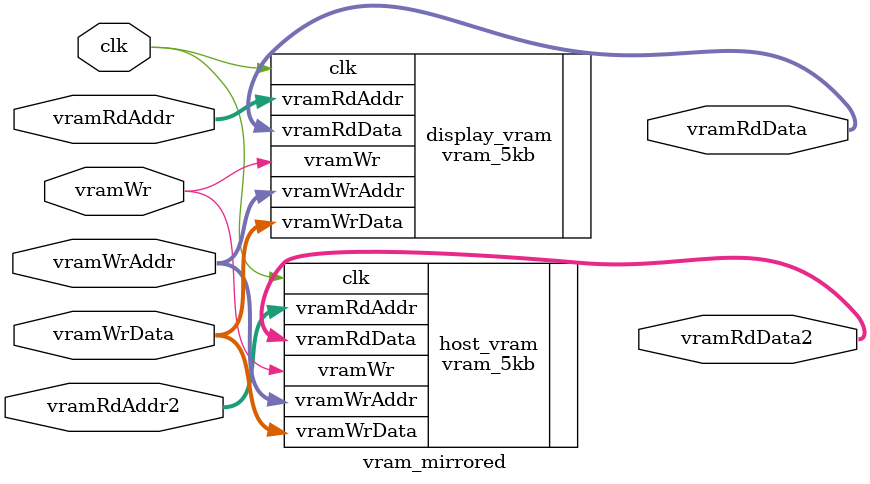
<source format=v>


module vram_mirrored( // Inputs
                      input clk,

                      // Write interface
                      input [12:0] vramWrAddr,    // host-side write address
                      input [7:0] vramWrData,     // data to write
                      input vramWr,               // 1=write to VRAM, 0=don't write

                      // Read interface
                      input [12:0] vramRdAddr,    // display-side address
                      output [7:0] vramRdData,    // data read from display side

                      // Second read interface
                      input [12:0] vramRdAddr2,   // host-side read address
                      output [7:0] vramRdData2    // data read from host side
                      );

  // VRAM data for output to the display
  vram_5kb display_vram( .clk( clk ),
                         .vramWrAddr( vramWrAddr ),
                         .vramWrData( vramWrData ),
                         .vramWr( vramWr ),
                         .vramRdAddr( vramRdAddr ),
                         .vramRdData( vramRdData ) );

  // VRAM data for output to the host system
  // (for readback of data in VRAM)
  vram_5kb host_vram( .clk( clk ),
                      .vramWrAddr( vramWrAddr ),
                      .vramWrData( vramWrData ),
                      .vramWr( vramWr ),
                      .vramRdAddr( vramRdAddr2 ),
                      .vramRdData( vramRdData2 ) );

endmodule

</source>
